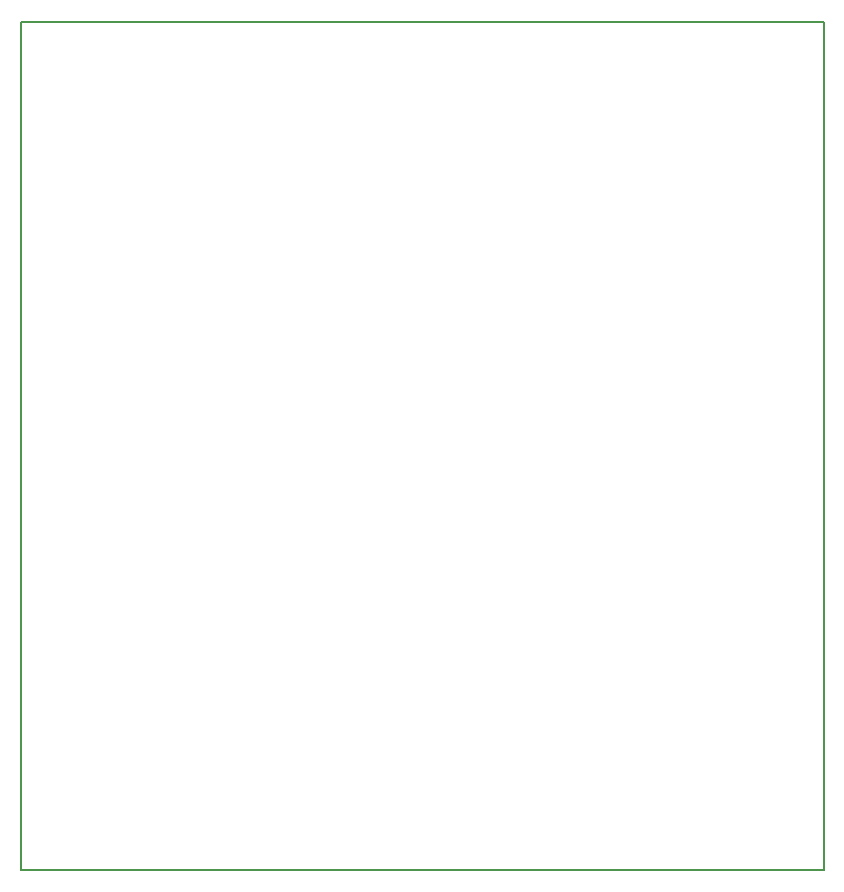
<source format=gm1>
G04 #@! TF.FileFunction,Profile,NP*
%FSLAX46Y46*%
G04 Gerber Fmt 4.6, Leading zero omitted, Abs format (unit mm)*
G04 Created by KiCad (PCBNEW 4.0.7) date Thursday, May 03, 2018 'PMt' 09:09:37 PM*
%MOMM*%
%LPD*%
G01*
G04 APERTURE LIST*
%ADD10C,0.100000*%
%ADD11C,0.150000*%
G04 APERTURE END LIST*
D10*
D11*
X106680000Y-128270000D02*
X106680000Y-56515000D01*
X174625000Y-128270000D02*
X106680000Y-128270000D01*
X174625000Y-56515000D02*
X174625000Y-128270000D01*
X106680000Y-56515000D02*
X174625000Y-56515000D01*
M02*

</source>
